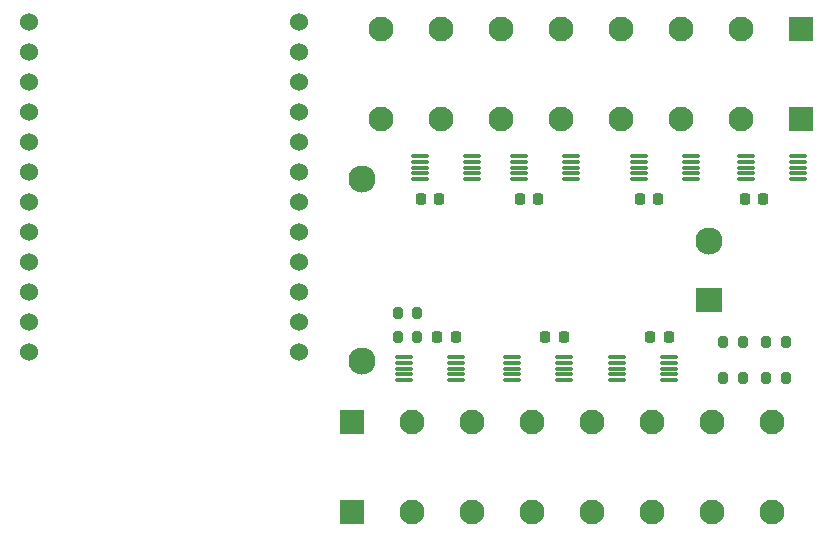
<source format=gbr>
%TF.GenerationSoftware,KiCad,Pcbnew,(6.0.10)*%
%TF.CreationDate,2022-12-26T22:40:19+13:00*%
%TF.ProjectId,esphome_shunt_monitor_ina226,65737068-6f6d-4655-9f73-68756e745f6d,rev?*%
%TF.SameCoordinates,Original*%
%TF.FileFunction,Soldermask,Bot*%
%TF.FilePolarity,Negative*%
%FSLAX46Y46*%
G04 Gerber Fmt 4.6, Leading zero omitted, Abs format (unit mm)*
G04 Created by KiCad (PCBNEW (6.0.10)) date 2022-12-26 22:40:19*
%MOMM*%
%LPD*%
G01*
G04 APERTURE LIST*
G04 Aperture macros list*
%AMRoundRect*
0 Rectangle with rounded corners*
0 $1 Rounding radius*
0 $2 $3 $4 $5 $6 $7 $8 $9 X,Y pos of 4 corners*
0 Add a 4 corners polygon primitive as box body*
4,1,4,$2,$3,$4,$5,$6,$7,$8,$9,$2,$3,0*
0 Add four circle primitives for the rounded corners*
1,1,$1+$1,$2,$3*
1,1,$1+$1,$4,$5*
1,1,$1+$1,$6,$7*
1,1,$1+$1,$8,$9*
0 Add four rect primitives between the rounded corners*
20,1,$1+$1,$2,$3,$4,$5,0*
20,1,$1+$1,$4,$5,$6,$7,0*
20,1,$1+$1,$6,$7,$8,$9,0*
20,1,$1+$1,$8,$9,$2,$3,0*%
G04 Aperture macros list end*
%ADD10RoundRect,0.075000X0.650000X0.075000X-0.650000X0.075000X-0.650000X-0.075000X0.650000X-0.075000X0*%
%ADD11C,1.524000*%
%ADD12R,2.100000X2.100000*%
%ADD13C,2.100000*%
%ADD14RoundRect,0.200000X0.200000X0.275000X-0.200000X0.275000X-0.200000X-0.275000X0.200000X-0.275000X0*%
%ADD15RoundRect,0.075000X-0.650000X-0.075000X0.650000X-0.075000X0.650000X0.075000X-0.650000X0.075000X0*%
%ADD16RoundRect,0.225000X0.225000X0.250000X-0.225000X0.250000X-0.225000X-0.250000X0.225000X-0.250000X0*%
%ADD17RoundRect,0.200000X-0.200000X-0.275000X0.200000X-0.275000X0.200000X0.275000X-0.200000X0.275000X0*%
%ADD18RoundRect,0.225000X-0.225000X-0.250000X0.225000X-0.250000X0.225000X0.250000X-0.225000X0.250000X0*%
%ADD19C,2.300000*%
%ADD20R,2.300000X2.000000*%
G04 APERTURE END LIST*
D10*
%TO.C,U2*%
X109404211Y-77232000D03*
X109404211Y-77732000D03*
X109404211Y-78232000D03*
X109404211Y-78732000D03*
X109404211Y-79232000D03*
X113804211Y-79232000D03*
X113804211Y-78732000D03*
X113804211Y-78232000D03*
X113804211Y-77732000D03*
X113804211Y-77232000D03*
%TD*%
D11*
%TO.C,TTGO1*%
X90742900Y-93827600D03*
X90742900Y-91287600D03*
X90742900Y-88747600D03*
X90742900Y-86207600D03*
X90742900Y-83667600D03*
X90742900Y-81127600D03*
X90742900Y-78587600D03*
X90742900Y-76047600D03*
X90742900Y-73507600D03*
X90742900Y-70967600D03*
X90742900Y-68427600D03*
X90742900Y-65887600D03*
X67882900Y-65887600D03*
X67882900Y-68427600D03*
X67882900Y-70967600D03*
X67882900Y-73507600D03*
X67882900Y-76047600D03*
X67882900Y-78587600D03*
X67882900Y-81127600D03*
X67882900Y-83667600D03*
X67882900Y-86207600D03*
X67882900Y-88747600D03*
X67882900Y-91287600D03*
X67882900Y-93827600D03*
%TD*%
D12*
%TO.C,J11*%
X133219200Y-74079900D03*
D13*
X128139200Y-74079900D03*
X123059200Y-74079900D03*
X117979200Y-74079900D03*
X112899200Y-74079900D03*
X107819200Y-74079900D03*
X102739200Y-74079900D03*
X97659200Y-74079900D03*
D12*
X133219200Y-66459900D03*
D13*
X128139200Y-66459900D03*
X123059200Y-66459900D03*
X117979200Y-66459900D03*
X112899200Y-66459900D03*
X107819200Y-66459900D03*
X102739200Y-66459900D03*
X97659200Y-66459900D03*
%TD*%
D12*
%TO.C,J1*%
X95228400Y-99757700D03*
D13*
X100308400Y-99757700D03*
X105388400Y-99757700D03*
X110468400Y-99757700D03*
X115548400Y-99757700D03*
X120628400Y-99757700D03*
X125708400Y-99757700D03*
X130788400Y-99757700D03*
D12*
X95228400Y-107377700D03*
D13*
X100308400Y-107377700D03*
X105388400Y-107377700D03*
X110468400Y-107377700D03*
X115548400Y-107377700D03*
X120628400Y-107377700D03*
X125708400Y-107377700D03*
X130788400Y-107377700D03*
%TD*%
D14*
%TO.C,R6*%
X100774000Y-92583000D03*
X99124000Y-92583000D03*
%TD*%
%TO.C,R5*%
X100774000Y-90551000D03*
X99124000Y-90551000D03*
%TD*%
D15*
%TO.C,U7*%
X117688000Y-96250000D03*
X117688000Y-95750000D03*
X117688000Y-95250000D03*
X117688000Y-94750000D03*
X117688000Y-94250000D03*
X122088000Y-94250000D03*
X122088000Y-94750000D03*
X122088000Y-95250000D03*
X122088000Y-95750000D03*
X122088000Y-96250000D03*
%TD*%
%TO.C,U6*%
X108798000Y-96250000D03*
X108798000Y-95750000D03*
X108798000Y-95250000D03*
X108798000Y-94750000D03*
X108798000Y-94250000D03*
X113198000Y-94250000D03*
X113198000Y-94750000D03*
X113198000Y-95250000D03*
X113198000Y-95750000D03*
X113198000Y-96250000D03*
%TD*%
D16*
%TO.C,C7*%
X122060000Y-92583000D03*
X120510000Y-92583000D03*
%TD*%
%TO.C,C6*%
X113170000Y-92583000D03*
X111620000Y-92583000D03*
%TD*%
D17*
%TO.C,R4*%
X131952000Y-92964000D03*
X130302000Y-92964000D03*
%TD*%
%TO.C,R3*%
X126683000Y-92964000D03*
X128333000Y-92964000D03*
%TD*%
%TO.C,R2*%
X130302000Y-96012000D03*
X131952000Y-96012000D03*
%TD*%
%TO.C,R1*%
X126683000Y-96012000D03*
X128333000Y-96012000D03*
%TD*%
D18*
%TO.C,C4*%
X128482211Y-80899000D03*
X130032211Y-80899000D03*
%TD*%
D15*
%TO.C,U5*%
X99654000Y-96250000D03*
X99654000Y-95750000D03*
X99654000Y-95250000D03*
X99654000Y-94750000D03*
X99654000Y-94250000D03*
X104054000Y-94250000D03*
X104054000Y-94750000D03*
X104054000Y-95250000D03*
X104054000Y-95750000D03*
X104054000Y-96250000D03*
%TD*%
D10*
%TO.C,U4*%
X132981211Y-77232000D03*
X132981211Y-77732000D03*
X132981211Y-78232000D03*
X132981211Y-78732000D03*
X132981211Y-79232000D03*
X128581211Y-79232000D03*
X128581211Y-78732000D03*
X128581211Y-78232000D03*
X128581211Y-77732000D03*
X128581211Y-77232000D03*
%TD*%
%TO.C,U3*%
X123964211Y-77232000D03*
X123964211Y-77732000D03*
X123964211Y-78232000D03*
X123964211Y-78732000D03*
X123964211Y-79232000D03*
X119564211Y-79232000D03*
X119564211Y-78732000D03*
X119564211Y-78232000D03*
X119564211Y-77732000D03*
X119564211Y-77232000D03*
%TD*%
D19*
%TO.C,PS1*%
X96076000Y-79208000D03*
X96076000Y-94608000D03*
X125476000Y-84408000D03*
D20*
X125476000Y-89408000D03*
%TD*%
D16*
%TO.C,C5*%
X104026000Y-92583000D03*
X102476000Y-92583000D03*
%TD*%
D18*
%TO.C,C3*%
X119592211Y-80899000D03*
X121142211Y-80899000D03*
%TD*%
%TO.C,C2*%
X109432211Y-80899000D03*
X110982211Y-80899000D03*
%TD*%
%TO.C,C1*%
X101050211Y-80899000D03*
X102600211Y-80899000D03*
%TD*%
D10*
%TO.C,U1*%
X101022211Y-77232000D03*
X101022211Y-77732000D03*
X101022211Y-78232000D03*
X101022211Y-78732000D03*
X101022211Y-79232000D03*
X105422211Y-79232000D03*
X105422211Y-78732000D03*
X105422211Y-78232000D03*
X105422211Y-77732000D03*
X105422211Y-77232000D03*
%TD*%
M02*

</source>
